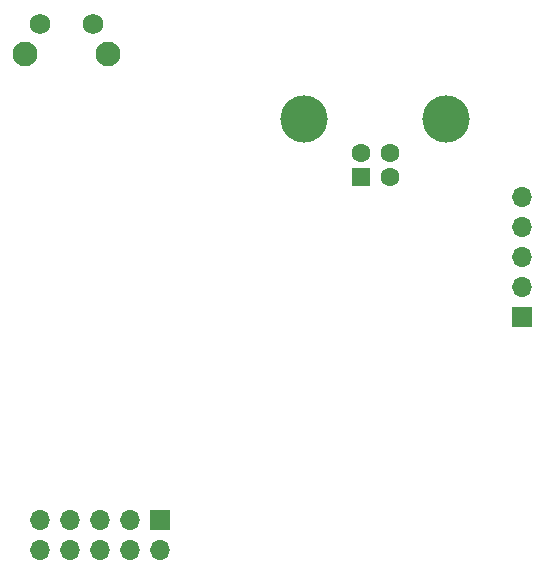
<source format=gbr>
%TF.GenerationSoftware,KiCad,Pcbnew,9.0.4-1.fc42*%
%TF.CreationDate,2025-09-30T21:00:36+03:00*%
%TF.ProjectId,bmp_x6,626d705f-7836-42e6-9b69-6361645f7063,rev?*%
%TF.SameCoordinates,Original*%
%TF.FileFunction,Soldermask,Bot*%
%TF.FilePolarity,Negative*%
%FSLAX46Y46*%
G04 Gerber Fmt 4.6, Leading zero omitted, Abs format (unit mm)*
G04 Created by KiCad (PCBNEW 9.0.4-1.fc42) date 2025-09-30 21:00:36*
%MOMM*%
%LPD*%
G01*
G04 APERTURE LIST*
%ADD10R,1.600000X1.600000*%
%ADD11C,1.600000*%
%ADD12C,4.000000*%
%ADD13R,1.700000X1.700000*%
%ADD14O,1.700000X1.700000*%
%ADD15C,2.100000*%
%ADD16C,1.750000*%
G04 APERTURE END LIST*
D10*
%TO.C,J1*%
X57490000Y-34157500D03*
D11*
X59990000Y-34157500D03*
X59990000Y-32157500D03*
X57490000Y-32157500D03*
D12*
X52740000Y-29297500D03*
X64740000Y-29297500D03*
%TD*%
D13*
%TO.C,J3*%
X40490000Y-63250000D03*
D14*
X40490000Y-65790000D03*
X37950000Y-63250000D03*
X37950000Y-65790000D03*
X35410000Y-63250000D03*
X35410000Y-65790000D03*
X32870000Y-63250000D03*
X32870000Y-65790000D03*
X30330000Y-63250000D03*
X30330000Y-65790000D03*
%TD*%
D13*
%TO.C,J2*%
X71198600Y-46051800D03*
D14*
X71198600Y-43511800D03*
X71198600Y-40971800D03*
X71198600Y-38431800D03*
X71198600Y-35891800D03*
%TD*%
D15*
%TO.C,SW1*%
X29116400Y-23740000D03*
X36126400Y-23740000D03*
D16*
X30366400Y-21250000D03*
X34866400Y-21250000D03*
%TD*%
M02*

</source>
